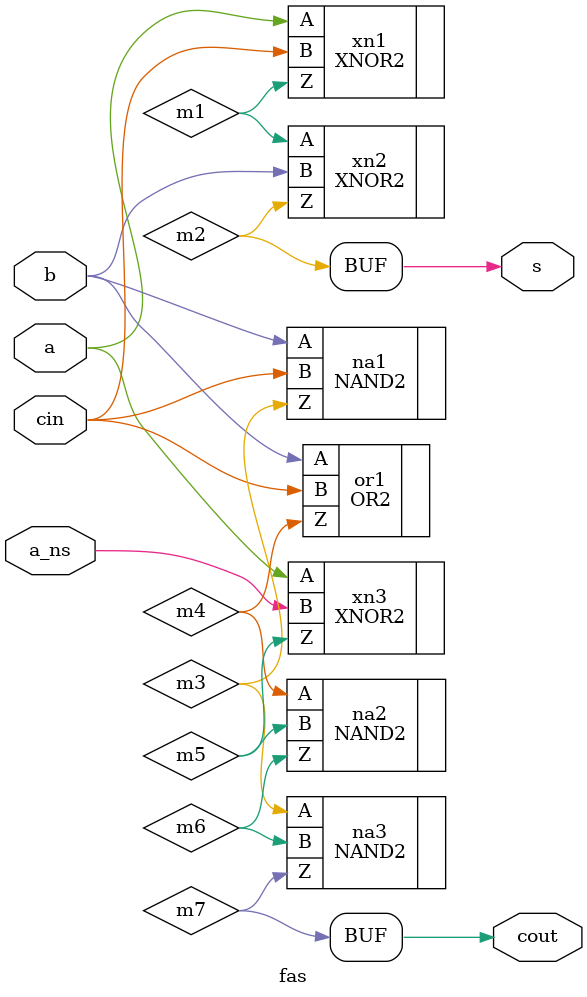
<source format=v>
module fas (
    input wire a,           // Input bit a
    input wire b,           // Input bit b
    input wire cin,         // Carry in
    input wire a_ns,        // A_nS (add/not subtract) control
    output wire s,          // Output S
    output wire cout        // Carry out
);

// Put your code here
// ------------------
	
	//internal veriables 
		wire m1;
		wire m2;
		wire m3; 
		wire m4; 
		wire m5;
		wire m6;
		wire m7;
		
	
	
	// istantiate the first nand2
	NAND2 #(.Tpdlh(1), .Tpdhl(3)) 
		na1(.A(b),
		  .B(cin),
		  .Z(m3)
		);
		
	// istantiate the second nand2
	NAND2 #(.Tpdlh(1), .Tpdhl(3)) 
		na2(.A(m4),
		  .B(m5),
		  .Z(m6)
		);
		
	// istantiate the third nand2
	NAND2 #(.Tpdlh(1), .Tpdhl(3)) 
		na3(.A(m3),
		  .B(m6),
		  .Z(m7)
		);
		
	// instantiate the first xnor2
	XNOR2 #(.Tpdlh(6), .Tpdhl(8))
			xn1(.A(a),
			  .B(cin),
			  .Z(m1)
			);
			
	// instantiate the first xnor2
	XNOR2 #(.Tpdlh(6), .Tpdhl(8))
			xn2(.A(m1),
			  .B(b),
			  .Z(m2)
			);
			
	// instantiate the first xnor2
	XNOR2 #(.Tpdlh(6), .Tpdhl(8))
			xn3(.A(a),
			  .B(a_ns),
			  .Z(m5)
			);
			
	// instantiate the only or2
	OR2 #(.Tpdlh(3), .Tpdhl(2))
			or1(.A(b),
			  .B(cin),
			  .Z(m4)
			);
			
	//the fifth nand output is connected to the cout output
	assign cout = m7;

	//the second nand output is connected to the S output
	assign s = m2;
	
// End of your code

endmodule

</source>
